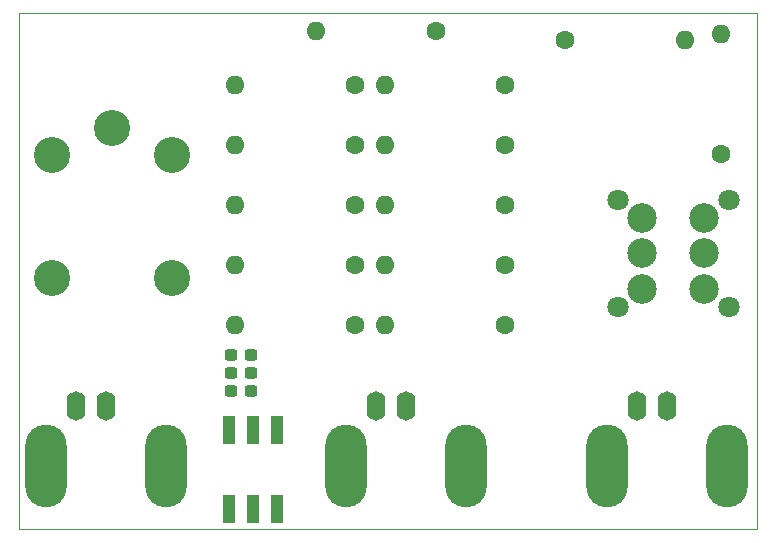
<source format=gbs>
%TF.GenerationSoftware,KiCad,Pcbnew,(6.0.7)*%
%TF.CreationDate,2022-08-11T20:25:56-04:00*%
%TF.ProjectId,hexapod_interlock,68657861-706f-4645-9f69-6e7465726c6f,rev?*%
%TF.SameCoordinates,Original*%
%TF.FileFunction,Soldermask,Bot*%
%TF.FilePolarity,Negative*%
%FSLAX46Y46*%
G04 Gerber Fmt 4.6, Leading zero omitted, Abs format (unit mm)*
G04 Created by KiCad (PCBNEW (6.0.7)) date 2022-08-11 20:25:56*
%MOMM*%
%LPD*%
G01*
G04 APERTURE LIST*
G04 Aperture macros list*
%AMRoundRect*
0 Rectangle with rounded corners*
0 $1 Rounding radius*
0 $2 $3 $4 $5 $6 $7 $8 $9 X,Y pos of 4 corners*
0 Add a 4 corners polygon primitive as box body*
4,1,4,$2,$3,$4,$5,$6,$7,$8,$9,$2,$3,0*
0 Add four circle primitives for the rounded corners*
1,1,$1+$1,$2,$3*
1,1,$1+$1,$4,$5*
1,1,$1+$1,$6,$7*
1,1,$1+$1,$8,$9*
0 Add four rect primitives between the rounded corners*
20,1,$1+$1,$2,$3,$4,$5,0*
20,1,$1+$1,$4,$5,$6,$7,0*
20,1,$1+$1,$6,$7,$8,$9,0*
20,1,$1+$1,$8,$9,$2,$3,0*%
G04 Aperture macros list end*
%TA.AperFunction,Profile*%
%ADD10C,0.100000*%
%TD*%
%ADD11C,1.600000*%
%ADD12O,1.600000X1.600000*%
%ADD13RoundRect,0.237500X0.300000X0.237500X-0.300000X0.237500X-0.300000X-0.237500X0.300000X-0.237500X0*%
%ADD14C,3.048000*%
%ADD15R,1.000000X2.350000*%
%ADD16O,1.600000X2.500000*%
%ADD17O,3.500000X7.000000*%
%ADD18C,1.800000*%
%ADD19C,2.500000*%
G04 APERTURE END LIST*
D10*
X140208000Y-151384000D02*
X140208000Y-107696000D01*
X77724000Y-107696000D02*
X140208000Y-107696000D01*
X77724000Y-151384000D02*
X140208000Y-151384000D01*
X77724000Y-107696000D02*
X77724000Y-151384000D01*
D11*
%TO.C,R2*%
X106172000Y-134112000D03*
D12*
X96012000Y-134112000D03*
%TD*%
D13*
%TO.C,C7*%
X97382500Y-136652000D03*
X95657500Y-136652000D03*
%TD*%
D11*
%TO.C,R11*%
X106172000Y-113792000D03*
D12*
X96012000Y-113792000D03*
%TD*%
D11*
%TO.C,R9*%
X106172000Y-118872000D03*
D12*
X96012000Y-118872000D03*
%TD*%
D11*
%TO.C,R4*%
X106172000Y-129032000D03*
D12*
X96012000Y-129032000D03*
%TD*%
D14*
%TO.C,K1*%
X85598000Y-117426000D03*
X80518000Y-130126000D03*
X90678000Y-130126000D03*
X90678000Y-119712000D03*
X80518000Y-119712000D03*
%TD*%
D13*
%TO.C,C11*%
X97382500Y-139700000D03*
X95657500Y-139700000D03*
%TD*%
D15*
%TO.C,SW1*%
X95536000Y-142979000D03*
X97536000Y-142979000D03*
X99536000Y-142979000D03*
X95536000Y-149629000D03*
X97536000Y-149629000D03*
X99536000Y-149629000D03*
%TD*%
D16*
%TO.C,J1*%
X85090000Y-140970000D03*
D17*
X80010000Y-146050000D03*
D16*
X82550000Y-140970000D03*
D17*
X90170000Y-146050000D03*
%TD*%
D11*
%TO.C,R10*%
X118872000Y-113792000D03*
D12*
X108712000Y-113792000D03*
%TD*%
D11*
%TO.C,R5*%
X118872000Y-123952000D03*
D12*
X108712000Y-123952000D03*
%TD*%
D11*
%TO.C,R6*%
X106172000Y-123952000D03*
D12*
X96012000Y-123952000D03*
%TD*%
D16*
%TO.C,J2*%
X110490000Y-140970000D03*
X107950000Y-140970000D03*
D17*
X115570000Y-146050000D03*
X105410000Y-146050000D03*
%TD*%
D11*
%TO.C,R12*%
X137160000Y-119578000D03*
D12*
X137160000Y-109418000D03*
%TD*%
D11*
%TO.C,R8*%
X118872000Y-118872000D03*
D12*
X108712000Y-118872000D03*
%TD*%
D11*
%TO.C,R7*%
X113030000Y-109220000D03*
D12*
X102870000Y-109220000D03*
%TD*%
D11*
%TO.C,R13*%
X123952000Y-109926000D03*
D12*
X134112000Y-109926000D03*
%TD*%
D13*
%TO.C,C9*%
X97382500Y-138176000D03*
X95657500Y-138176000D03*
%TD*%
D16*
%TO.C,J3*%
X132588000Y-140970000D03*
D17*
X137668000Y-146050000D03*
X127508000Y-146050000D03*
D16*
X130048000Y-140970000D03*
%TD*%
D18*
%TO.C,SW2*%
X137796000Y-123516000D03*
X128396000Y-123516000D03*
X137796000Y-132516000D03*
X128396000Y-132516000D03*
D19*
X135746000Y-131016000D03*
X135746000Y-128016000D03*
X135746000Y-125016000D03*
X130446000Y-131016000D03*
X130446000Y-128016000D03*
X130446000Y-125016000D03*
%TD*%
D11*
%TO.C,R3*%
X118872000Y-129032000D03*
D12*
X108712000Y-129032000D03*
%TD*%
D11*
%TO.C,R1*%
X118872000Y-134112000D03*
D12*
X108712000Y-134112000D03*
%TD*%
M02*

</source>
